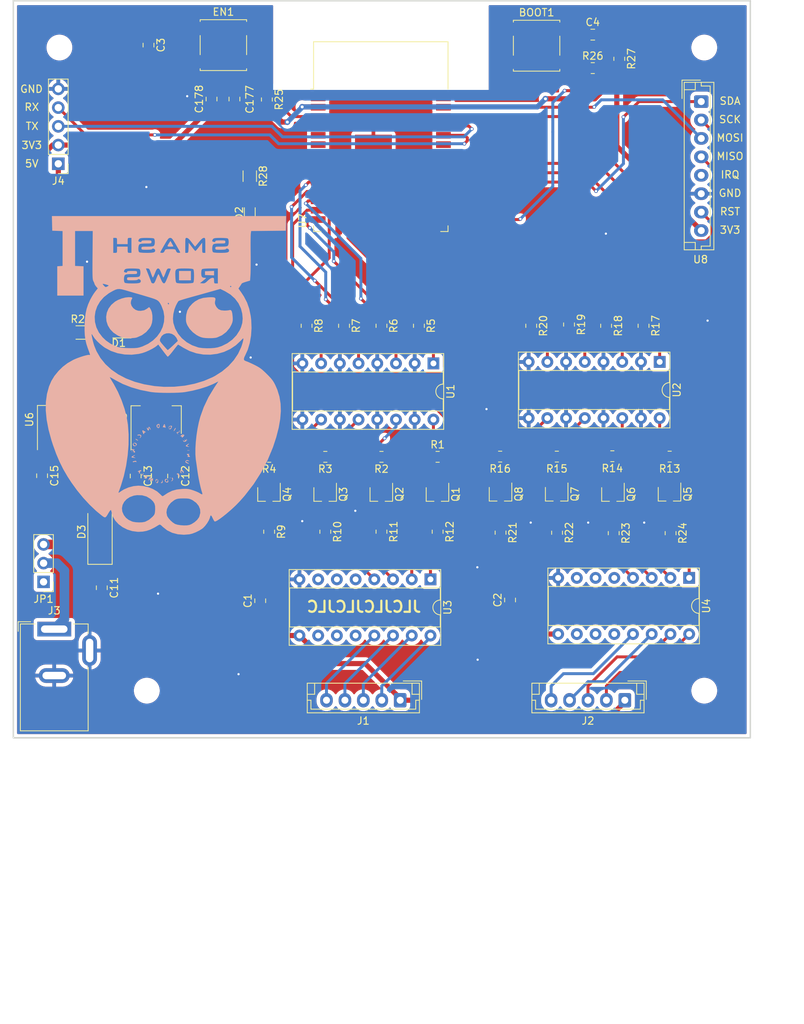
<source format=kicad_pcb>
(kicad_pcb (version 20211014) (generator pcbnew)
  (layers (0 "F.Cu" signal) (31 "B.Cu" signal) (34 "B.Paste" user) (35 "F.Paste" user) (36 "B.SilkS" user "B.Silkscreen") (37 "F.SilkS" user "F.Silkscreen") (38 "B.Mask" user) (39 "F.Mask" user) (44 "Edge.Cuts" user))
  (net 0 "")
  (net 1 "+12V")
  (net 2 "GND")
  (net 3 "+5V")
  (net 4 "+3.3V")
  (net 5 "/Principal/BOOT")
  (net 6 "/Principal/EN{slash}RST")
  (net 7 "Net-(D1-Pad2)")
  (net 8 "Net-(D2-Pad2)")
  (net 9 "Net-(D3-Pad2)")
  (net 10 "Net-(J1-Pad2)")
  (net 11 "Net-(J1-Pad3)")
  (net 12 "Net-(J1-Pad4)")
  (net 13 "Net-(J2-Pad2)")
  (net 14 "Net-(J2-Pad3)")
  (net 15 "Net-(J2-Pad4)")
  (net 16 "Net-(J3-Pad1)")
  (net 17 "Net-(Q1-Pad2)")
  (net 18 "/Motores/Out1")
  (net 19 "Net-(Q2-Pad2)")
  (net 20 "/Motores/Out2")
  (net 21 "Net-(Q3-Pad2)")
  (net 22 "/Motores/Out3")
  (net 23 "Net-(Q4-Pad2)")
  (net 24 "/Motores/Out4")
  (net 25 "Net-(Q5-Pad2)")
  (net 26 "/Motores/Out5")
  (net 27 "Net-(Q6-Pad2)")
  (net 28 "/Motores/Out6")
  (net 29 "Net-(Q7-Pad2)")
  (net 30 "/Motores/Out7")
  (net 31 "Net-(Q8-Pad2)")
  (net 32 "/Motores/Out8")
  (net 33 "/Motores/In1")
  (net 34 "Net-(R5-Pad2)")
  (net 35 "/Motores/In2")
  (net 36 "Net-(R6-Pad2)")
  (net 37 "/Motores/In3")
  (net 38 "Net-(R7-Pad2)")
  (net 39 "/Motores/In4")
  (net 40 "Net-(R8-Pad2)")
  (net 41 "/Motores/In5")
  (net 42 "Net-(R17-Pad2)")
  (net 43 "/Motores/In6")
  (net 44 "Net-(R18-Pad2)")
  (net 45 "/Motores/In7")
  (net 46 "Net-(R19-Pad2)")
  (net 47 "/Motores/In8")
  (net 48 "Net-(R20-Pad2)")
  (net 49 "Net-(BOOT1-Pad2)")
  (net 50 "/Principal/HelloWorld")
  (net 51 "/Principal/RX")
  (net 52 "/Principal/TX")
  (net 79 "/Principal/SS")
  (net 80 "/Principal/SCK")
  (net 81 "/Principal/MISO")
  (net 84 "/Principal/RST")
  (net 85 "/Principal/MOSI")
  (net 87 "Net-(J1-Pad5)")
  (net 88 "Net-(J2-Pad5)")
  (footprint "MountingHole:MountingHole_2.5mm" (layer "F.Cu") (at 193.75 146)
    (fp_text reference "H4" hide)
    (fp_text value "MountingHole")
  )
  (footprint "Resistor_SMD:R_0805_2012Metric_Pad1.20x1.40mm_HandSolder" (layer "F.Cu") (at 149.95 114.2775 180)
    (fp_text reference "R2")
    (fp_text value "5.1k")
  )
  (footprint "Capacitor_SMD:C_0805_2012Metric_Pad1.18x1.45mm_HandSolder" (layer "F.Cu") (at 116.6 116.8788 -90)
    (fp_text reference "C13")
    (fp_text value "22uF")
  )
  (footprint "Diode_SMD:D_SMA_Handsoldering" (layer "F.Cu") (at 111.76 124.46 90)
    (fp_text reference "D3")
    (fp_text value "1N4007")
  )
  (footprint "Connector_BarrelJack:BarrelJack_GCT_DCJ200-10-A_Horizontal" (layer "F.Cu") (at 105.55 137.65)
    (fp_text reference "J3")
    (fp_text value "Barrel_Jack")
  )
  (footprint "LibraryLogo:LogoSR" (layer "F.Cu") (at 121.8 103.2)
    (fp_text reference "G***" hide)
    (fp_text value "LOGO" hide)
  )
  (footprint "Resistor_SMD:R_0805_2012Metric_Pad1.20x1.40mm_HandSolder" (layer "F.Cu") (at 142.33 124.4375 -90)
    (fp_text reference "R10")
    (fp_text value "5.1k")
  )
  (footprint "Capacitor_SMD:C_0805_2012Metric_Pad1.18x1.45mm_HandSolder" (layer "F.Cu") (at 121.68 116.8788 -90)
    (fp_text reference "C12")
    (fp_text value "10uF")
  )
  (footprint "Resistor_SMD:R_0805_2012Metric_Pad1.20x1.40mm_HandSolder" (layer "F.Cu") (at 166.1106 124.563 -90)
    (fp_text reference "R21")
    (fp_text value "5.1k")
  )
  (footprint "Capacitor_SMD:C_0805_2012Metric_Pad1.18x1.45mm_HandSolder" (layer "F.Cu") (at 167.4 133.7 90)
    (fp_text reference "C2")
    (fp_text value "0.1uF")
  )
  (footprint "Connector_JST:JST_EH_B5B-EH-A_1x05_P2.50mm_Vertical" (layer "F.Cu") (at 152.49 147.2975 180)
    (fp_text reference "J1")
    (fp_text value "Conector para bobinas del motor 1")
  )
  (footprint "Package_TO_SOT_SMD:TSOT-23" (layer "F.Cu") (at 142.33 119.3575 -90)
    (fp_text reference "Q3")
    (fp_text value "S8550")
  )
  (footprint "Package_TO_SOT_SMD:TSOT-23" (layer "F.Cu") (at 173.7458 119.3256 -90)
    (fp_text reference "Q7")
    (fp_text value "S8550")
  )
  (footprint "Capacitor_SMD:C_0805_2012Metric_Pad1.18x1.45mm_HandSolder" (layer "F.Cu") (at 103.9 116.84 -90)
    (fp_text reference "C15")
    (fp_text value "22uF")
  )
  (footprint "Capacitor_SMD:C_0805_2012Metric_Pad1.18x1.45mm_HandSolder" (layer "F.Cu") (at 133.5 133.8 90)
    (fp_text reference "C1")
    (fp_text value "0.1uF")
  )
  (footprint "MountingHole:MountingHole_2.5mm" (layer "F.Cu") (at 193.75 58.75)
    (fp_text reference "H2" hide)
    (fp_text value "MountingHole")
  )
  (footprint "Resistor_SMD:R_0805_2012Metric_Pad1.20x1.40mm_HandSolder" (layer "F.Cu") (at 175.4009 96.3298 -90)
    (fp_text reference "R19")
    (fp_text value "220")
  )
  (footprint "Resistor_SMD:R_0805_2012Metric_Pad1.20x1.40mm_HandSolder" (layer "F.Cu") (at 166.0537 114.2456 180)
    (fp_text reference "R16")
    (fp_text value "5.1k")
  )
  (footprint "Resistor_SMD:R_0805_2012Metric_Pad1.20x1.40mm_HandSolder" (layer "F.Cu") (at 144.87 96.4975 -90)
    (fp_text reference "R7")
    (fp_text value "220")
  )
  (footprint "Resistor_SMD:R_0805_2012Metric_Pad1.20x1.40mm_HandSolder" (layer "F.Cu") (at 189.0557 114.2456 180)
    (fp_text reference "R13")
    (fp_text value "5.1k")
  )
  (footprint "Resistor_SMD:R_0805_2012Metric_Pad1.20x1.40mm_HandSolder" (layer "F.Cu") (at 178.62 61.54)
    (fp_text reference "R26")
    (fp_text value "470")
  )
  (footprint "Capacitor_SMD:C_0805_2012Metric_Pad1.18x1.45mm_HandSolder" (layer "F.Cu") (at 108.98 116.84 -90)
    (fp_text reference "C14")
    (fp_text value "10uF")
  )
  (footprint "Connector_JST:JST_EH_B8B-EH-A_1x08_P2.50mm_Vertical" (layer "F.Cu") (at 193.34 66.08 -90)
    (fp_text reference "U8")
    (fp_text value "RFID_RC522")
  )
  (footprint "Resistor_SMD:R_0805_2012Metric_Pad1.20x1.40mm_HandSolder" (layer "F.Cu") (at 149.95 96.4975 -90)
    (fp_text reference "R6")
    (fp_text value "220")
  )
  (footprint "Capacitor_SMD:C_0805_2012Metric_Pad1.18x1.45mm_HandSolder" (layer "F.Cu") (at 126.89 65.7375 90)
    (fp_text reference "C178")
    (fp_text value "22uF")
  )
  (footprint "Package_DIP:DIP-16_W7.62mm_Socket" (layer "F.Cu") (at 157 101.6 -90)
    (fp_text reference "U1")
    (fp_text value "LTV-247")
  )
  (footprint "Connector_PinHeader_2.54mm:PinHeader_1x05_P2.54mm_Vertical" (layer "F.Cu") (at 106.1 74.52 180)
    (fp_text reference "J4")
    (fp_text value "USB Programador")
  )
  (footprint "Resistor_SMD:R_0805_2012Metric_Pad1.20x1.40mm_HandSolder" (layer "F.Cu") (at 142.33 114.2775 180)
    (fp_text reference "R3")
    (fp_text value "5.1k")
  )
  (footprint "Resistor_SMD:R_0805_2012Metric_Pad1.20x1.40mm_HandSolder" (layer "F.Cu") (at 157.57 124.4375 -90)
    (fp_text reference "R12")
    (fp_text value "5.1k")
  )
  (footprint "RF_Module:ESP32-WROOM-32" (layer "F.Cu") (at 149.86 73.83)
    (fp_text reference "U7")
    (fp_text value "ESP32-WROOM-32")
  )
  (footprint "Package_TO_SOT_SMD:TSOT-23" (layer "F.Cu") (at 157.57 119.3575 -90)
    (fp_text reference "Q1")
    (fp_text value "S8550")
  )
  (footprint "Resistor_SMD:R_0805_2012Metric_Pad1.20x1.40mm_HandSolder" (layer "F.Cu") (at 182.22 60.28 -90)
    (fp_text reference "R27")
    (fp_text value "10k")
  )
  (footprint "Package_TO_SOT_SMD:SOT-223-3_TabPin2" (layer "F.Cu") (at 119.38 109.2588 90)
    (fp_text reference "U5")
    (fp_text value "AMS1117-5.0")
  )
  (footprint "Resistor_SMD:R_0805_2012Metric_Pad1.20x1.40mm_HandSolder" (layer "F.Cu") (at 189.1819 124.6321 -90)
    (fp_text reference "R24")
    (fp_text value "5.1k")
  )
  (footprint "Resistor_SMD:R_0805_2012Metric_Pad1.20x1.40mm_HandSolder" (layer "F.Cu") (at 170.27 96.4975 -90)
    (fp_text reference "R20")
    (fp_text value "220")
  )
  (footprint "Connector_JST:JST_EH_B5B-EH-A_1x05_P2.50mm_Vertical" (layer "F.Cu") (at 182.97 147.2975 180)
    (fp_text reference "J2")
    (fp_text value "Conector para bobinas del motor 2")
  )
  (footprint "Package_TO_SOT_SMD:TSOT-23" (layer "F.Cu") (at 134.71 119.3575 -90)
    (fp_text reference "Q4")
    (fp_text value "S8550")
  )
  (footprint "LED_SMD:LED_0603_1608Metric_Pad1.05x0.95mm_HandSolder" (layer "F.Cu") (at 114.3 97.41 180)
    (fp_text reference "D1")
    (fp_text value "Led_ON")
  )
  (footprint "Capacitor_SMD:C_0805_2012Metric_Pad1.18x1.45mm_HandSolder" (layer "F.Cu") (at 130 65.7375 90)
    (fp_text reference "C177")
    (fp_text value "0.1uF")
  )
  (footprint "Package_DIP:DIP-16_W7.62mm_Socket" (layer "F.Cu") (at 156.6 130.9 -90)
    (fp_text reference "U3")
    (fp_text value "ULN2003A")
  )
  (footprint "Resistor_SMD:R_1206_3216Metric_Pad1.30x1.75mm_HandSolder" (layer "F.Cu") (at 109.22 97.41)
    (fp_text reference "R29")
    (fp_text value "68")
  )
  (footprint "Package_TO_SOT_SMD:SOT-223-3_TabPin2" (layer "F.Cu") (at 106.68 109.22 90)
    (fp_text reference "U6")
    (fp_text value "AMS1117-3.3")
  )
  (footprint "Connector_PinHeader_2.54mm:PinHeader_1x03_P2.54mm_Vertical" (layer "F.Cu") (at 104.1 131.24 180)
    (fp_text reference "JP1")
    (fp_text value "Jumper_3_Open")
  )
  (footprint "Capacitor_SMD:C_0805_2012Metric_Pad1.18x1.45mm_HandSolder" (layer "F.Cu") (at 118.34 58.42 -90)
    (fp_text reference "C3")
    (fp_text value "0.1uF")
  )
  (footprint "Capacitor_SMD:C_0805_2012Metric_Pad1.18x1.45mm_HandSolder" (layer "F.Cu") (at 112 132.0375 -90)
    (fp_text reference "C11")
    (fp_text value "22uF")
  )
  (footprint "Resistor_SMD:R_0805_2012Metric_Pad1.20x1.40mm_HandSolder" (layer "F.Cu") (at 181.2766 114.1947 180)
    (fp_text reference "R14")
    (fp_text value "5.1k")
  )
  (footprint "Resistor_SMD:R_0805_2012Metric_Pad1.20x1.40mm_HandSolder" (layer "F.Cu") (at 181.4615 124.6321 -90)
    (fp_text reference "R23")
    (fp_text value "5.1k")
  )
  (footprint "Package_DIP:DIP-16_W7.62mm_Socket" (layer "F.Cu") (at 191.7 130.7 -90)
    (fp_text reference "U4")
    (fp_text value "ULN2003A")
  )
  (footprint "Resistor_SMD:R_0805_2012Metric_Pad1.20x1.40mm_HandSolder" (layer "F.Cu") (at 173.7458 114.2456 180)
    (fp_text reference "R15")
    (fp_text value "5.1k")
  )
  (footprint "Resistor_SMD:R_0805_2012Metric_Pad1.20x1.40mm_HandSolder" (layer "F.Cu") (at 180.43 96.4975 -90)
    (fp_text reference "R18")
    (fp_text value "220")
  )
  (footprint "Resistor_SMD:R_0805_2012Metric_Pad1.20x1.40mm_HandSolder" (layer "F.Cu") (at 134.71 114.2775 180)
    (fp_text reference "R4")
    (fp_text value "5.1k")
  )
  (footprint "Button_Switch_SMD:SW_SPST_B3S-1000" (layer "F.Cu") (at 171 58.5)
    (fp_text reference "BOOT1")
    (fp_text value "SW_Push")
  )
  (footprint "Button_Switch_SMD:SW_SPST_B3S-1000" (layer "F.Cu") (at 128.5 58.42)
    (fp_text reference "EN1")
    (fp_text value "SW_Push")
  )
  (footprint "Resistor_SMD:R_0805_2012Metric_Pad1.20x1.40mm_HandSolder" (layer "F.Cu") (at 149.95 124.4294 -90)
    (fp_text reference "R11")
    (fp_text value "5.1k")
  )
  (footprint "MountingHole:MountingHole_2.5mm" (layer "F.Cu") (at 106.25 58.75)
    (fp_text reference "H1" hide)
    (fp_text value "MountingHole")
  )
  (footprint "Package_TO_SOT_SMD:TSOT-23" (layer "F.Cu") (at 166.1258 119.3256 -90)
    (fp_text reference "Q8")
    (fp_text value "S8550")
  )
  (footprint "MountingHole:MountingHole_2.5mm" (layer "F.Cu") (at 118.11 146)
    (fp_text reference "H3" hide)
    (fp_text value "MountingHole")
  )
  (footprint "Resistor_SMD:R_0805_2012Metric_Pad1.20x1.40mm_HandSolder" (layer "F.Cu") (at 134.4 65.8 -90)
    (fp_text reference "R25")
    (fp_text value "10k")
  )
  (footprint "Resistor_SMD:R_0805_2012Metric_Pad1.20x1.40mm_HandSolder" (layer "F.Cu") (at 134.71 124.4375 -90)
    (fp_text reference "R9")
    (fp_text value "5.1k")
  )
  (footprint "Resistor_SMD:R_0805_2012Metric_Pad1.20x1.40mm_HandSolder" (layer "F.Cu") (at 173.7756 124.5725 -90)
    (fp_text reference "R22")
    (fp_text value "5.1k")
  )
  (footprint "Resistor_SMD:R_0805_2012Metric_Pad1.20x1.40mm_HandSolder" (layer "F.Cu") (at 155.03 96.4975 -90)
    (fp_text reference "R5")
    (fp_text value "220")
  )
  (footprint "Package_DIP:DIP-16_W7.62mm_Socket" (layer "F.Cu") (at 187.7 101.4 -90)
    (fp_text reference "U2")
    (fp_text value "LTV-247")
  )
  (footprint "LED_SMD:LED_0603_1608Metric_Pad1.05x0.95mm_HandSolder" (layer "F.Cu") (at 132.08 81.28 90)
    (fp_text reference "D2")
    (fp_text value "Led_holamundo")
  )
  (footprint "Resistor_SMD:R_1206_3216Metric_Pad1.30x1.75mm_HandSolder" (layer "F.Cu") (at 132.08 76.2 -90)
    (fp_text reference "R28")
    (fp_text value "68")
  )
  (footprint "Package_TO_SOT_SMD:TSOT-23" (layer "F.Cu") (at 149.95 119.3575 -90)
    (fp_text reference "Q2")
    (fp_text value "S8550")
  )
  (footprint "Resistor_SMD:R_0805_2012Metric_Pad1.20x1.40mm_HandSolder" (layer "F.Cu") (at 139.79 96.4975 -90)
    (fp_text reference "R8")
    (fp_text value "220")
  )
  (footprint "Package_TO_SOT_SMD:TSOT-23" (layer "F.Cu") (at 181.38 119.3575 -90)
    (fp_text reference "Q6")
    (fp_text value "S8550")
  )
  (footprint "Resistor_SMD:R_0805_2012Metric_Pad1.20x1.40mm_HandSolder" (layer "F.Cu") (at 157.57 114.2775)
    (fp_text reference "R1")
    (fp_text value "5.1k")
  )
  (footprint "Capacitor_SMD:C_0805_2012Metric_Pad1.18x1.45mm_HandSolder" (layer "F.Cu") (at 178.62 57)
    (fp_text reference "C4")
    (fp_text value "0.1uF")
  )
  (footprint "Resistor_SMD:R_0805_2012Metric_Pad1.20x1.40mm_HandSolder" (layer "F.Cu") (at 185.51 96.4975 -90)
    (fp_text reference "R17")
    (fp_text value "220")
  )
  (footprint "Package_TO_SOT_SMD:TSOT-23" (layer "F.Cu") (at 189.0557 119.3256 -90)
    (fp_text reference "Q5")
    (fp_text value "S8550")
  )
  (gr_rect (start 100 52.4) (end 200 152.4) (layer "Edge.Cuts") (width 0.2) (fill none))
  (gr_text "SDA" (at 197.25 66) (layer "F.SilkS") (effects (font (size 1 1))))
  (gr_text "GND" (at 102.46 64.38) (layer "F.SilkS") (effects (font (size 1 1))))
  (gr_text "5V" (at 102.5 74.5) (layer "F.SilkS") (effects (font (size 1 1))))
  (gr_text "RX" (at 102.5 66.83) (layer "F.SilkS") (effects (font (size 1 1))))
  (gr_text "3V3" (at 197.25 83.5) (layer "F.SilkS") (effects (font (size 1 1))))
  (gr_text "3V3" (at 102.5 72) (layer "F.SilkS") (effects (font (size 1 1))))
  (gr_text "SCK" (at 197.25 68.5) (layer "F.SilkS") (effects (font (size 1 1))))
  (gr_text "RST" (at 197.25 81) (layer "F.SilkS") (effects (font (size 1 1))))
  (gr_text "MOSI" (at 197.25 71) (layer "F.SilkS") (effects (font (size 1 1))))
  (gr_text "GND" (at 197.25 78.5) (layer "F.SilkS") (effects (font (size 1 1))))
  (gr_text "JLCJLCJLCJLC" (at 147.574 134.62) (layer "F.SilkS") (effects (font (size 1.5 1.5) (thickness 0.3)) (justify mirror)))
  (gr_text "IRQ" (at 197.25 76) (layer "F.SilkS") (effects (font (size 1 1))))
  (gr_text "MISO" (at 197.25 73.5) (layer "F.SilkS") (effects (font (size 1 1))))
  (gr_text "TX" (at 102.55 69.42) (layer "F.SilkS") (effects (font (size 1 1))))
  (segment (start 121.1342 115.8413) (end 119.14 117.8355) (width 1.3) (layer "F.Cu") (net 1))
  (segment (start 113.6103 119.7915) (end 114.7915 119.7915) (width 1.3) (layer "F.Cu") (net 1))
  (segment (start 115.5915 119.7915) (end 113.6103 119.7915) (width 1.3) (layer "F.Cu") (net 1))
  (segment (start 121.68 112.4088) (end 121.68 115.8413) (width 1.3) (layer "F.Cu") (net 1))
  (segment (start 108.98 115.8025) (end 109.6213 115.8025) (width 1.3) (layer "F.Cu") (net 1))
  (segment (start 112 131) (end 112 127.8) (width 1.3) (layer "F.Cu") (net 1))
  (segment (start 119.14 117.8355) (end 119.14 117.9489) (width 1.3) (layer "F.Cu") (net 1))
  (segment (start 108.98 112.37) (end 108.98 115.8025) (width 1.3) (layer "F.Cu") (net 1))
  (segment (start 109.6213 115.8025) (end 113.6103 119.7915) (width 1.3) (layer "F.Cu") (net 1))
  (segment (start 112 127.8) (end 115.5915 124.2085) (width 1.3) (layer "F.Cu") (net 1))
  (segment (start 119.14 117.9489) (end 117.2974 119.7915) (width 1.3) (layer "F.Cu") (net 1))
  (segment (start 121.68 115.8413) (end 121.1342 115.8413) (width 1.3) (layer "F.Cu") (net 1))
  (segment (start 115.5915 124.2085) (end 115.5915 119.7915) (width 1.3) (layer "F.Cu") (net 1))
  (segment (start 114.7915 119.7915) (end 114.8 119.8) (width 1.3) (layer "F.Cu") (net 1))
  (segment (start 117.2974 119.7915) (end 115.5915 119.7915) (width 1.3) (layer "F.Cu") (net 1))
  (via (at 123.59 65.35) (size 0.5) (drill 0.3) (layers "F.Cu" "B.Cu") (net 2))
  (via (at 130.556 143.764) (size 0.5) (drill 0.3) (layers "F.Cu" "B.Cu") (net 2))
  (via (at 119.634 132.842) (size 0.5) (drill 0.3) (layers "F.Cu" "B.Cu") (net 2))
  (via (at 185.6 123.2) (size 0.5) (drill 0.3) (layers "F.Cu" "B.Cu") (net 2))
  (via (at 118.05 77.67) (size 0.5) (drill 0.3) (layers "F.Cu" "B.Cu") (net 2))
  (via (at 170.2 123.2) (size 0.5) (drill 0.3) (layers "F.Cu" "B.Cu") (net 2))
  (via (at 122.6 94.6) (size 0.5) (drill 0.3) (layers "F.Cu" "B.Cu") (net 2))
  (via (at 194.2 95.8) (size 0.5) (drill 0.3) (layers "F.Cu" "B.Cu") (net 2))
  (via (at 163 141.8) (size 0.5) (drill 0.3) (layers "F.Cu" "B.Cu") (net 2))
  (via (at 162.96 129.26) (size 0.5) (drill 0.3) (layers "F.Cu" "B.Cu") (net 2))
  (via (at 133 88.2) (size 0.5) (drill 0.3) (layers "F.Cu" "B.Cu") (net 2))
  (via (at 164.2 107.8) (size 0.5) (drill 0.3) (layers "F.Cu" "B.Cu") (net 2))
  (via (at 180.4 84) (size 0.5) (drill 0.3) (layers "F.Cu" "B.Cu") (net 2))
  (via (at 178 123.2) (size 0.5) (drill 0.3) (layers "F.Cu" "B.Cu") (net 2))
  (via (at 139.2 123) (size 0.5) (drill 0.3) (layers "F.Cu" "B.Cu") (net 2))
  (via (at 110 87.8) (size 0.5) (drill 0.3) (layers "F.Cu" "B.Cu") (net 2))
  (via (at 132.2 100.8) (size 0.5) (drill 0.3) (layers "F.Cu" "B.Cu") (net 2))
  (via (at 146.4 121.6) (size 0.5) (drill 0.3) (layers "F.Cu" "B.Cu") (net 2))
  (segment (start 137.0697 138.4072) (end 133.5 134.8375) (width 0.7) (layer "F.Cu") (net 3))
  (segment (start 170.9825 138.32) (end 167.4 134.7375) (width 0.7) (layer "F.Cu") (net 3))
  (segment (start 168.4058 119.3456) (end 167.0758 118.0156) (width 0.7) (layer "F.Cu") (net 3))
  (segment (start 137.3501 119.3575) (end 141.97 119.3575) (width 0.7) (layer "F.Cu") (net 3))
  (segment (start 182.97 147.2975) (end 182.97 147.5385) (width 0.7) (layer "F.Cu") (net 3))
  (segment (start 141.97 119.3575) (end 143.28 118.0475) (width 0.7) (layer "F.Cu") (net 3))
  (segment (start 116.8297 86.75) (end 116.8297 106.1088) (width 0.7) (layer "F.Cu") (net 3))
  (segment (start 150.9 118.0475) (end 150.9 114.3275) (width 0.7) (layer "F.Cu") (net 3))
  (segment (start 143.28 118.0475) (end 144.2553 118.0475) (width 0.7) (layer "F.Cu") (net 3))
  (segment (start 119.38 112.4088) (end 119.38 113.0613) (width 0.7) (layer "F.Cu") (net 3))
  (segment (start 174.6958 118.3078) (end 174.6958 118.0156) (width 0.7) (layer "F.Cu") (net 3))
  (segment (start 167.0758 114.2677) (end 167.0537 114.2456) (width 0.7) (layer "F.Cu") (net 3))
  (segment (start 172.1937 149.2356) (end 170.9825 148.0244) (width 0.7) (layer "F.Cu") (net 3))
  (segment (start 182.33 118.0475) (end 181 119.3775) (width 0.7) (layer "F.Cu") (net 3))
  (segment (start 143.28 118.0475) (end 143.28 116.7872) (width 0.7) (layer "F.Cu") (net 3))
  (segment (start 167.0758 116.9187) (end 167.0758 117.9889) (width 0.7) (layer "F.Cu") (net 3))
  (segment (start 126.9088 106.1088) (end 155.9439 106.1088) (width 0.7) (layer "F.Cu") (net 3))
  (segment (start 170.9825 147.2975) (end 152.49 147.2975) (width 0.7) (layer "F.Cu") (net 3))
  (segment (start 147.7495 142.3245) (end 142.6245 142.3245) (width 0.7) (layer "F.Cu") (net 3))
  (segment (start 135.66 118.0475) (end 135.66 117.6674) (width 0.7) (layer "F.Cu") (net 3))
  (segment (start 173.92 138.32) (end 170.9825 138.32) (width 0.7) (layer "F.Cu") (net 3))
  (segment (start 145.5557 119.3479) (end 149.5996 119.3479) (width 0.7) (layer "F.Cu") (net 3))
  (segment (start 116.8297 106.1088) (end 116.8297 107.4496) (width 0.7) (layer "F.Cu") (net 3))
  (segment (start 181.2729 149.2356) (end 172.1937 149.2356) (width 0.7) (layer "F.Cu") (net 3))
  (segment (start 174.6958 114.2956) (end 174.6958 118.0156) (width 0.7) (layer "F.Cu") (net 3))
  (segment (start 181 119.3775) (end 175.7655 119.3775) (width 0.7) (layer "F.Cu") (net 3))
  (segment (start 159.766 117.094) (end 157.4825 119.3775) (width 0.7) (layer "F.Cu") (net 3))
  (segment (start 155.9439 106.1088) (end 159.8804 110.0453) (width 0.7) (layer "F.Cu") (net 3))
  (segment (start 118.4051 106.1088) (end 116.8297 106.1088) (width 0.7) (layer "F.Cu") (net 3))
  (segment (start 159.8804 110.0453) (end 159.8804 117.094) (width 0.7) (layer "F.Cu") (net 3))
  (segment (start 152.49 147.065) (end 147.7495 142.3245) (width 0.7) (layer "F.Cu") (net 3))
  (segment (start 135.66 117.6674) (end 135.66 116.7872) (width 0.7) (layer "F.Cu") (net 3))
  (segment (start 119.38 106.1088) (end 126.9088 106.1088) (width 0.7) (layer "F.Cu") (net 3))
  (segment (start 162.0176 119.3456) (end 159.766 117.094) (width 0.7) (layer "F.Cu") (net 3))
  (segment (start 174.6958 118.1662) (end 173.5164 119.3456) (width 0.7) (layer "F.Cu") (net 3))
  (segment (start 133.5 134.8375) (end 133.065444 134.8375) (width 0.7) (layer "F.Cu") (net 3))
  (segment (start 133.065444 134.8375) (end 128.4 130.172056) (width 0.7) (layer "F.Cu") (net 3))
  (segment (start 150.9 114.3275) (end 150.95 114.2775) (width 0.7) (layer "F.Cu") (net 3))
  (segment (start 118.4051 106.1088) (end 119.38 106.1088) (width 0.7) (layer "F.Cu") (net 3))
  (segment (start 135.71 116.7372) (end 135.66 116.7872) (width 0.7) (layer "F.Cu") (net 3))
  (segment (start 152.23 119.3775) (end 150.9 118.0475) (width 0.7) (layer "F.Cu") (net 3))
  (segment (start 182.2766 114.1947) (end 182.33 114.2481) (width 0.7) (layer "F.Cu") (net 3))
  (segment (start 183.3536 119.3456) (end 182.33 118.322) (width 0.7) (layer "F.Cu") (net 3))
  (segment (start 190.0057 118.0156) (end 190.0057 118.3503) (width 0.7) (layer "F.Cu") (net 3))
  (segment (start 167.0758 118.0156) (end 167.0758 116.9187) (width 0.7) (layer "F.Cu") (net 3))
  (segment (start 173.5164 119.3456) (end 168.4058 119.3456) (width 0.7) (layer "F.Cu") (net 3))
  (segment (start 137.0697 138.52) (end 137.0697 138.4072) (width 0.7) (layer "F.Cu") (net 3))
  (segment (start 174.6958 118.0156) (end 174.6958 118.1662) (width 0.7) (layer "F.Cu") (net 3))
  (segment (start 119.38 109.9999) (end 119.38 112.4088) (width 0.7) (layer "F.Cu") (net 3))
  (segment (start 156.57 114.2775) (end 150.95 114.2775) (width 0.7) (layer "F.Cu") (net 3))
  (segment (start 190.0057 118.0156) (end 190.0057 114.2956) (width 0.7) (layer "F.Cu") (net 3))
  (segment (start 138.82 138.52) (end 137.0697 138.52) (width 0.7) (layer "F.Cu") (net 3))
  (segment (start 106.1 74.52) (end 106.1 76.0203) (width 0.7) (layer "F.Cu") (net 3))
  (segment (start 189.0104 119.3456) (end 183.3536 119.3456) (width 0.7) (layer "F.Cu") (net 3))
  (segment (start 116.8297 107.4496) (end 119.38 109.9999) (width 0.7) (layer "F.Cu") (net 3))
  (segment (start 128.4 106.1088) (end 126.9088 106.1088) (width 0.7) (layer "F.Cu") (net 3))
  (segment (start 152.49 147.2975) (end 152.49 147.065) (width 0.7) (layer "F.Cu") (net 3))
  (segment (start 119.38 113.0613) (end 116.6 115.8413) (width 0.7) (layer "F.Cu") (net 3))
  (segment (start 144.2553 118.0475) (end 145.5557 119.3479) (width 0.7) (layer "F.Cu") (net 3))
  (segment (start 167.0758 117.9889) (end 165.7191 119.3456) (width 0.7) (layer "F.Cu") (net 3))
  (segment (start 128.4 130.172056) (end 128.4 106.1088) (width 0.7) (layer "F.Cu") (net 3))
  (segment (start 106.1 76.0203) (end 116.8297 86.75) (width 0.7) (layer "F.Cu") (net 3))
  (segment (start 157.4825 119.3775) (end 152.23 119.3775) (width 0.7) (layer "F.Cu") (net 3))
  (segment (start 190.0057 118.3503) (end 189.0104 119.3456) (width 0.7) (layer "F.Cu") (net 3))
  (segment (start 165.7191 119.3456) (end 162.0176 119.3456) (width 0.7) (layer "F.Cu") (net 3))
  (segment (start 149.5996 119.3479) (end 150.9 118.0475) (width 0.7) (layer "F.Cu") (net 3))
  (segment (start 135.66 117.6674) (end 137.3501 119.3575) (width 0.7) (layer "F.Cu") (net 3))
  (segment (start 167.0758 116.9187) (end 167.0758 114.2677) (width 0.7) (layer "F.Cu") (net 3))
  (segment (start 143.33 114.2775) (end 143.33 116.7372) (width 0.7) (layer "F.Cu") (net 3))
  (segment (start 142.6245 142.3245) (end 138.82 138.52) (width 0.7) (layer "F.Cu") (net 3))
  (segment (start 135.71 114.2775) (end 135.71 116.7372) (width 0.7) (layer "F.Cu") (net 3))
  (segment (start 170.9825 148.0244) (end 170.9825 147.2975) (width 0.7) (layer "F.Cu") (net 3))
  (segment (start 182.33 114.2481) (end 182.33 118.0475) (width 0.7) (layer "F.Cu") (net 3))
  (segment (start 170.9825 147.2975) (end 170.9825 138.32) (width 0.7) (layer "F.Cu") (net 3))
  (segment (start 182.97 147.5385) (end 181.2729 149.2356) (width 0.7) (layer "F.Cu") (net 3))
  (segment (start 190.0057 114.2956) (end 190.0557 114.2456) (width 0.7) (layer "F.Cu") (net 3))
  (segment (start 174.7458 114.2456) (end 174.6958 114.2956) (width 0.7) (layer "F.Cu") (net 3))
  (segment (start 143.33 116.7372) (end 143.28 116.7872) (width 0.7) (layer "F.Cu") (net 3))
  (segment (start 182.33 118.322) (end 182.33 118.0475) (width 0.7) (layer "F.Cu") (net 3))
  (segment (start 175.7655 119.3775) (end 174.6958 118.3078) (width 0.7) (layer "F.Cu") (net 3))
  (segment (start 107.67 97.41) (end 104.14 93.88) (width 0.7) (layer "F.Cu") (net 4))
  (segment (start 141.317 66.802) (end 141.36 66.845) (width 0.7) (layer "F.Cu") (net 4))
  (segment (start 172.2 65.7059) (end 178.8961 65.7059) (width 0.7) (layer "F.Cu") (net 4))
  (segment (start 130 66.775) (end 126.89 66.775) (width 0.7) (layer "F.Cu") (net 4))
  (segment (start 137.1789 68.8595) (end 136.4595 68.8595) (width 0.7) (layer "F.Cu") (net 4))
  (segment (start 181.8827 62.7193) (end 181.8827 72.1227) (width 0.7) (layer "F.Cu") (net 4))
  (segment (start 134.4 66.8) (end 130.025 66.8) (width 0.7) (layer "F.Cu") (net 4))
  (segment (start 181.8827 72.1227) (end 193.34 83.58) (width 0.7) (layer "F.Cu") (net 4))
  (segment (start 136.4595 68.8595) (end 134.4 66.8) (width 0.7) (layer "F.Cu") (net 4))
  (segment (start 178.8961 65.7059) (end 182.22 62.382) (width 0.7) (layer "F.Cu") (net 4))
  (segment (start 182.22 62.382) (end 182.22 61.28) (width 0.7) (layer "F.Cu") (net 4))
  (segment (start 107.67 97.41) (end 109.2303 98.9703) (width 0.7) (layer "F.Cu") (net 4))
  (segment (start 126.89 66.775) (end 121.685 71.98) (width 0.7) (layer "F.Cu") (net 4))
  (segment (start 104.14 93.88) (end 104.14 73.170738) (width 0.7) (layer "F.Cu") (net 4))
  (segment (start 103.9 115.8025) (end 106.68 113.0225) (width 0.7) (layer "F.Cu") (net 4))
  (segment (start 106.68 113.0225) (end 106.68 112.37) (width 0.7) (layer "F.Cu") (net 4))
  (segment (start 106.68 112.37) (end 106.68 106.07) (width 0.7) (layer "F.Cu") (net 4))
  (segment (start 107.798 106.07) (end 106.68 106.07) (width 0.7) (layer "F.Cu") (net 4))
  (segment (start 139.192 66.802) (end 141.317 66.802) (width 0.7) (layer "F.Cu") (net 4))
  (segment (start 182.22 62.382) (end 181.8827 62.7193) (width 0.7) (layer "F.Cu") (net 4))
  (segment (start 109.2303 98.9703) (end 109.2303 104.6377) (width 0.7) (layer "F.Cu") (net 4))
  (segment (start 130.025 66.8) (end 130 66.775) (width 0.7) (layer "F.Cu") (net 4))
  (segment (start 105.330738 71.98) (end 106.1 71.98) (width 0.7) (layer "F.Cu") (net 4))
  (segment (start 109.2303 104.6377) (end 107.798 106.07) (width 0.7) (layer "F.Cu") (net 4))
  (segment (start 121.685 71.98) (end 106.1 71.98) (width 0.7) (layer "F.Cu") (net 4))
  (segment (start 104.14 73.170738) (end 105.330738 71.98) (width 0.7) (layer "F.Cu") (net 4))
  (via (at 137.1789 68.8595) (size 0.8) (drill 0.4) (layers "F.Cu" "B.Cu") (net 4))
  (via (at 172.2 65.7059) (size 0.8) (drill 0.4) (layers "F.Cu" "B.Cu") (net 4))
  (via (at 139.192 66.802) (size 0.8) (drill 0.4) (layers "F.Cu" "B.Cu") (net 4))
  (segment (start 139.192 66.8464) (end 137.1789 68.8595) (width 0.7) (layer "B.Cu") (net 4))
  (segment (start 171.1039 66.802) (end 172.2 65.7059) (width 0.7) (layer "B.Cu") (net 4))
  (segment (start 139.192 66.802) (end 171.1039 66.802) (width 0.7) (layer "B.Cu") (net 4))
  (segment (start 139.192 66.802) (end 139.192 66.8464) (width 0.7) (layer "B.Cu") (net 4))
  (segment (start 168.8 82) (end 168.715 82.085) (width 0.4) (layer "F.Cu") (net 5))
  (segment (start 182.22 59.28) (end 182.1912 59.2512) (width 0.4) (layer "F.Cu") (net 5))
  (segment (start 181.9088 59.2512) (end 179.62 61.54) (width 0.4) (layer "F.Cu") (net 5))
  (segment (start 176.56 64.6) (end 174.8 64.6) (width 0.4) (layer "F.Cu") (net 5))
  (segment (start 176.5931 64.5669) (end 176.56 64.6) (width 0.4) (layer "F.Cu") (net 5))
  (segment (start 179.6575 57) (end 181.9088 59.2512) (width 0.4) (layer "F.Cu") (net 5))
  (segment (start 182.1912 59.2512) (end 181.9088 59.2512) (width 0.4) (layer "F.Cu") (net 5))
  (segment (start 176.5931 64.5669) (end 179.62 61.54) (width 0.4) (layer "F.Cu") (net 5))
  (segment (start 168.715 82.085) (end 158.36 82.085) (width 0.4) (layer "F.Cu") (net 5))
  (via (at 168.8 82) (size 0.5) (drill 0.3) (layers "F.Cu" "B.Cu") (net 5))
  (via (at 174.8 64.6) (size 0.5) (drill 0.3) (layers "F.Cu" "B.Cu") (net 5))
  (segment (start 174.8 64.6) (end 173.2 66.2) (width 0.4) (layer "B.Cu") (net 5))
  (segment (start 173.2 70.2) (end 173.2 77.6) (width 0.4) (layer "B.Cu") (net 5))
  (segment (start 173.2 77.6) (end 168.8 82) (width 0.4) (layer "B.Cu") (net 5))
  (segment (start 173.2 66.2) (end 173.2 70.2) (width 0.4) (layer "B.Cu") (net 5))
  (segment (start 134.4 64.8) (end 137.715 68.115) (width 0.4) (layer "F.Cu") (net 6))
  (segment (start 119.5525 60.67) (end 118.34 59.4575) (width 0.4) (layer "F.Cu") (net 6))
  (segment (start 137.715 68.115) (end 141.36 68.115) (width 0.4) (layer "F.Cu") (net 6))
  (segment (start 132.475 60.67) (end 125.8003 60.67) (width 0.4) (layer "F.Cu") (net 6))
  (segment (start 124.525 60.67) (end 119.5525 60.67) (width 0.4) (layer "F.Cu") (net 6))
  (segment (start 124.525 60.67) (end 125.8003 60.67) (width 0.4) (layer "F.Cu") (net 6))
  (segment (start 132.475 62.875) (end 134.4 64.8) (width 0.4) (layer "F.Cu") (net 6))
  (segment (start 132.475 60.67) (end 132.475 62.875) (width 0.4) (layer "F.Cu") (net 6))
  (segment (start 110.77 97.41) (end 113.425 97.41) (width 0.4) (layer "F.Cu") (net 7))
  (segment (start 132.08 77.75) (end 132.08 80.405) (width 0.4) (layer "F.Cu") (net 8))
  (segment (start 110.1003 121.96) (end 111.76 121.96) (width 1.3) (layer "F.Cu") (net 9))
  (segment (start 105.9003 126.16) (end 110.1003 121.96) (width 1.3) (layer "F.Cu") (net 9))
  (segment (start 104.1 126.16) (end 105.9003 126.16) (width 1.3) (layer "F.Cu") (net 9))
  (segment (start 156.6 138.52) (end 156.6 138.7622) (width 0.4) (layer "B.Cu") (net 10))
  (segment (start 149.99 145.3722) (end 149.99 147.2975) (width 0.4) (layer "B.Cu") (net 10))
  (segment (start 156.6 138.7622) (end 149.99 145.3722) (width 0.4) (layer "B.Cu") (net 10))
  (segment (start 147.49 145.09) (end 147.49 147.2975) (width 0.4) (layer "B.Cu") (net 11))
  (segment (start 154.06 138.52) (end 147.49 145.09) (width 0.4) (layer "B.Cu") (net 11))
  (segment (start 151.52 138.52) (end 144.99 145.05) (width 0.4) (layer "B.Cu") (net 12))
  (segment (start 144.99 145.05) (end 144.99 147.2975) (width 0.4) (layer "B.Cu") (net 12))
  (segment (start 180.47 147.2975) (end 180.47 145.3722) (width 0.4) (layer "F.Cu") (net 13))
  (segment (start 191.7 138.32) (end 186.4876 143.5324) (width 0.4) (layer "F.Cu") (net 13))
  (segment (start 182.3098 143.5324) (end 180.47 145.3722) (width 0.4) (layer "F.Cu") (net 13))
  (segment (start 186.4876 143.5324) (end 182.3098 143.5324) (width 0.4) (layer "F.Cu") (net 13))
  (segment (start 181.925 141.4172) (end 177.97 145.3722) (width 0.4) (layer "F.Cu") (net 14))
  (segment (start 189.16 138.32) (end 186.0628 141.4172) (width 0.4) (layer "F.Cu") (net 14))
  (segment (start 186.0628 141.4172) (end 181.925 141.4172) (width 0.4) (layer "F.Cu") (net 14))
  (segment (start 177.97 147.2975) (end 177.97 145.3722) (width 0.4) (layer "F.Cu") (net 14))
  (segment (start 186.62 138.32) (end 180.16 144.78) (width 0.4) (layer "B.Cu") (net 15))
  (segment (start 180.16 144.78) (end 177.9875 144.78) (width 0.4) (layer "B.Cu") (net 15))
  (segment (start 177.9875 144.78) (end 175.47 147.2975) (width 0.4) (layer "B.Cu") (net 15))
  (segment (start 106.934 129.7337) (end 106.934 136.266) (width 1.3) (layer "B.Cu") (net 16))
  (segment (start 104.1 128.7) (end 105.9003 128.7) (width 1.3) (layer "B.Cu") (net 16))
  (segment (start 105.9003 128.7) (end 106.934 129.7337) (width 1.3) (layer "B.Cu") (net 16))
  (segment (start 106.934 136.266) (end 105.55 137.65) (width 1.3) (layer "B.Cu") (net 16))
  (segment (start 158.57 114.2775) (end 158.57 112.5403) (width 0.4) (layer "F.Cu") (net 17))
  (segment (start 158.57 114.2775) (end 158.57 114.7889) (width 0.4) (layer "F.Cu") (net 17))
  (segment (start 157 109.22) (end 157 110.9703) (width 0.4) (layer "F.Cu") (net 17))
  (segment (start 158.57 112.5403) (end 157 110.9703) (width 0.4) (layer "F.Cu") (net 17))
  (segment (start 156.62 116.7389) (end 156.62 118.0475) (width 0.4) (layer "F.Cu") (net 17))
  (segment (start 158.57 114.7889) (end 156.62 116.7389) (width 0.4) (layer "F.Cu") (net 17))
  (segment (start 156.3159 124.6916) (end 157.57 123.4375) (width 0.4) (layer "F.Cu") (net 18))
  (segment (start 156.6 129.5997) (end 156.3159 129.3156) (width 0.4) (layer "F.Cu") (net 18))
  (segment (start 157.57 120.6675) (end 157.57 123.4375) (width 0.4) (layer "F.Cu") (net 18))
  (segment (start 156.6 130.9) (end 156.6 129.5997) (width 0.4) (layer "F.Cu") (net 18))
  (segment (start 156.3159 129.3156) (end 156.3159 124.6916) (width 0.4) (layer "F.Cu") (net 18))
  (segment (start 149 116.4872) (end 148.95 116.4372) (width 0.4) (layer "F.Cu") (net 19))
  (segment (start 149 118.0475) (end 149 116.4872) (width 0.4) (layer "F.Cu") (net 19))
  (segment (start 150.368 111.76) (end 148.95 113.178) (width 0.4) (layer "F.Cu") (net 19))
  (segment (start 148.95 113.178) (end 148.95 114.2775) (width 0.4) (layer "F.Cu") (net 19))
  (segment (start 148.95 116.4372) (end 148.95 114.2775) (width 0.4) (layer "F.Cu") (net 19))
  (via (at 150.368 111.76) (size 0.5) (drill 0.3) (layers "F.Cu" "B.Cu") (net 19))
  (segment (start 150.368 111.76) (end 151.92 110.208) (width 0.4) (layer "B.Cu") (net 19))
  (segment (start 151.92 110.208) (end 151.92 109.22) (width 0.4) (layer "B.Cu") (net 19))
  (segment (start 149.95 123.4294) (end 154.06 127.5394) (width 0.4) (layer "F.Cu") (net 20))
  (segment (start 149.95 120.6675) (end 149.95 123.4294) (width 0.4) (layer "F.Cu") (net 20))
  (segment (start 154.06 127.5394) (end 154.06 130.9) (width 0.4) (layer "F.Cu") (net 20))
  (segment (start 142.6124 112.4963) (end 141.33 113.7787) (width 0.4) (layer "F.Cu") (net 21))
  (segment (start 143.5637 112.4963) (end 142.6124 112.4963) (width 0.4) (layer "F.Cu") (net 21))
  (segment (start 146.84 109.22) (end 143.5637 112.4963) (width 0.4) (layer "F.Cu") (net 21))
  (segment (start 141.38 118.0475) (end 141.38 116.4872) (width 0.4) (layer "F.Cu") (net 21))
  (segment (start 141.33 116.4372) (end 141.38 116.4872) (width 0.4) (layer "F.Cu") (net 21))
  (segment (start 141.33 113.7787) (end 141.33 114.2775) (width 0.4) (layer "F.Cu") (net 21))
  (segment (start 141.33 114.2775) (end 141.33 116.4372) (width 0.4) (layer "F.Cu") (net 21))
  (segment (start 151.52 130.9) (end 144.0575 123.4375) (width 0.4) (layer "F.Cu") (net 22))
  (segment (start 144.0575 123.4375) (end 142.33 123.4375) (width 0.4) (layer "F.Cu") (net 22))
  (segment (start 142.33 120.6675) (end 142.33 123.4375) (width 0.4) (layer "F.Cu") (net 22))
  (segment (start 133.71 114.2775) (end 133.71 113.7689) (width 0.4) (layer "F.Cu") (net 23))
  (segment (start 133.76 116.4872) (end 133.71 116.4372) (width 0.4) (layer "F.Cu") (net 23))
  (segment (start 133.71 113.7689) (end 135.8784 111.6005) (width 0.4) (layer "F.Cu") (net 23))
  (segment (start 133.76 118.0475) (end 133.76 116.4872) (width 0.4) (layer "F.Cu") (net 23))
  (segment (start 139.3795 111.6005) (end 141.76 109.22) (width 0.4) (layer "F.Cu") (net 23))
  (segment (start 133.71 116.4372) (end 133.71 114.2775) (width 0.4) (layer "F.Cu") (net 23))
  (segment (start 135.8784 111.6005) (end 139.3795 111.6005) (width 0.4) (layer "F.Cu") (net 23))
  (segment (start 139.2242 127.9517) (end 134.71 123.4375) (width 0.4) (layer "F.Cu") (net 24))
  (segment (start 134.71 123.4375) (end 134.71 120.6675) (width 0.4) (layer "F.Cu") (net 24))
  (segment (start 146.0317 127.9517) (end 139.2242 127.9517) (width 0.4) (layer "F.Cu") (net 24))
  (segment (start 148.98 130.9) (end 146.0317 127.9517) (width 0.4) (layer "F.Cu") (net 24))
  (segment (start 187.7 113.8899) (end 188.0557 114.2456) (width 0.4) (layer "F.Cu") (net 25))
  (segment (start 187.7 109.02) (end 187.7 113.8899) (width 0.4) (layer "F.Cu") (net 25))
  (segment (start 188.1057 118.0156) (end 188.1057 116.4553) (width 0.4) (layer "F.Cu") (net 25))
  (segment (start 188.0557 116.4053) (end 188.0557 114.2456) (width 0.4) (layer "F.Cu") (net 25))
  (segment (start 188.1057 116.4553) (end 188.0557 116.4053) (width 0.4) (layer "F.Cu") (net 25))
  (segment (start 191.7 130.7) (end 191.7 126.1502) (width 0.4) (layer "F.Cu") (net 26))
  (segment (start 191.7 126.1502) (end 189.1819 123.6321) (width 0.4) (layer "F.Cu") (net 26))
  (segment (start 189.0557 120.6356) (end 189.0557 123.5059) (width 0.4) (layer "F.Cu") (net 26))
  (segment (start 189.0557 123.5059) (end 189.1819 123.6321) (width 0.4) (layer "F.Cu") (net 26))
  (segment (start 180.2766 113.1137) (end 180.2766 114.1947) (width 0.4) (layer "F.Cu") (net 27))
  (segment (start 180.43 118.0475) (end 180.43 116.4872) (width 0.4) (layer "F.Cu") (net 27))
  (segment (start 180.43 116.4872) (end 180.2766 116.3338) (width 0.4) (layer "F.Cu") (net 27))
  (segment (start 182.62 109.02) (end 182.62 110.7703) (width 0.4) (layer "F.Cu") (net 27))
  (segment (start 182.62 110.7703) (end 180.2766 113.1137) (width 0.4) (layer "F.Cu") (net 27))
  (segment (start 180.2766 116.3338) (end 180.2766 114.1947) (width 0.4) (layer "F.Cu") (net 27))
  (segment (start 181.38 120.6675) (end 181.38 123.5506) (width 0.4) (layer "F.Cu") (net 28))
  (segment (start 182.0921 123.6321) (end 181.4615 123.6321) (width 0.4) (layer "F.Cu") (net 28))
  (segment (start 181.38 123.5506) (end 181.4615 123.6321) (width 0.4) (layer "F.Cu") (net 28))
  (segment (start 189.16 130.7) (end 182.0921 123.6321) (width 0.4) (layer "F.Cu") (net 28))
  (segment (start 172.7458 114.2456) (end 172.7458 116.4053) (width 0.4) (layer "F.Cu") (net 29))
  (segment (start 174.4541 112.1059) (end 174.3472 112.1059) (width 0.4) (layer "F.Cu") (net 29))
  (segment (start 172.7458 116.4053) (end 172.7958 116.4553) (width 0.4) (layer "F.Cu") (net 29))
  (segment (start 172.7958 118.0156) (end 172.7958 116.4553) (width 0.4) (layer "F.Cu") (net 29))
  (segment (start 174.3472 112.1059) (end 172.7458 113.7073) (width 0.4) (layer "F.Cu") (net 29))
  (segment (start 177.54 109.02) (end 174.4541 112.1059) (width 0.4) (layer "F.Cu") (net 29))
  (segment (start 172.7458 113.7073) (end 172.7458 114.2456) (width 0.4) (layer "F.Cu") (net 29))
  (segment (start 183.2943 127.3743) (end 177.5774 127.3743) (width 0.4) (layer "F.Cu") (net 30))
  (segment (start 177.5774 127.3743) (end 173.7756 123.5725) (width 0.4) (layer "F.Cu") (net 30))
  (segment (start 186.62 130.7) (end 183.2943 127.3743) (width 0.4) (layer "F.Cu") (net 30))
  (segment (start 173.7756 123.5725) (end 173.7458 123.5427) (width 0.4) (layer "F.Cu") (net 30))
  (segment (start 173.7458 123.5427) (end 173.7458 120.6356) (width 0.4) (layer "F.Cu") (net 30))
  (segment (start 167.0627 111.6739) (end 165.0537 113.6829) (width 0.4) (layer "F.Cu") (net 31))
  (segment (start 165.1758 118.0156) (end 165.1758 116.4553) (width 0.4) (layer "F.Cu") (net 31))
  (segment (start 165.1758 116.4553) (end 165.0537 116.3332) (width 0.4) (layer "F.Cu") (net 31))
  (segment (start 169.8061 111.6739) (end 167.0627 111.6739) (width 0.4) (layer "F.Cu") (net 31))
  (segment (start 165.0537 116.3332) (end 165.0537 114.2456) (width 0.4) (layer "F.Cu") (net 31))
  (segment (start 165.0537 113.6829) (end 165.0537 114.2456) (width 0.4) (layer "F.Cu") (net 31))
  (segment (start 172.46 109.02) (end 169.8061 111.6739) (width 0.4) (layer "F.Cu") (net 31))
  (segment (start 181.6001 128.2201) (end 184.08 130.7) (width 0.4) (layer "F.Cu") (net 32))
  (segment (start 166.1258 121.7459) (end 166.1106 121.7611) (width 0.4) (layer "F.Cu") (net 32))
  (segment (start 166.1258 120.6356) (end 166.1258 121.7459) (width 0.4) (layer "F.Cu") (net 32))
  (segment (start 166.1106 121.7611) (end 166.1106 123.563) (width 0.4) (layer "F.Cu") (net 32))
  (segment (start 166.1106 123.563) (end 170.7677 128.2201) (width 0.4) (layer "F.Cu") (net 32))
  (segment (start 170.7677 128.2201) (end 181.6001 128.2201) (width 0.4) (layer "F.Cu") (net 32))
  (segment (start 147.16 92.8094) (end 148.0008 93.6502) (width 0.4) (layer "F.Cu") (net 33))
  (segment (start 148.0008 93.6502) (end 153.1827 93.6502) (width 0.4) (layer "F.Cu") (net 33))
  (segment (start 140.0345 79.545) (end 139.682 79.8975) (width 0.4) (layer "F.Cu") (net 33))
  (segment (start 153.1827 93.6502) (end 155.03 95.4975) (width 0.4) (layer "F.Cu") (net 33))
  (segment (start 141.36 79.545) (end 140.0345 79.545) (width 0.4) (layer "F.Cu") (net 33))
  (via (at 147.16 92.8094) (size 0.5) (drill 0.3) (layers "F.Cu" "B.Cu") (net 33))
  (via (at 139.682 79.8975) (size 0.5) (drill 0.3) (layers "F.Cu" "B.Cu") (net 33))
  (segment (start 147.16 87.3755) (end 147.16 92.8094) (width 0.4) (layer "B.Cu") (net 33))
  (segment (start 139.682 79.8975) (end 147.16 87.3755) (width 0.4) (layer "B.Cu") (net 33))
  (segment (start 157 99.4675) (end 157 101.6) (width 0.4) (layer "F.Cu") (net 34))
  (segment (start 155.03 97.4975) (end 157 99.4675) (width 0.4) (layer "F.Cu") (net 34))
  (segment (start 140.9213 90.3742) (end 140.9013 90.3742) (width 0.4) (layer "F.Cu") (net 35))
  (segment (start 144.8977 94.3506) (end 140.9213 90.3742) (width 0.4) (layer "F.Cu") (net 35))
  (segment (start 149.95 95.4975) (end 148.8031 94.3506) (width 0.4) (layer "F.Cu") (net 35))
  (segment (start 148.8031 94.3506) (end 144.8977 94.3506) (width 0.4) (layer "F.Cu") (net 35))
  (segment (start 141.36 78.275) (end 139.85 78.275) (width 0.4) (layer "F.Cu") (net 35))
  (segment (start 139.85 78.275) (end 137.7525 80.3725) (width 0.4) (layer "F.Cu") (net 35))
  (via (at 137.7525 80.3725) (size 0.5) (drill 0.3) (layers "F.Cu" "B.Cu") (net 35))
  (via (at 140.9013 90.3742) (size 0.5) (drill 0.3) (layers "F.Cu" "B.Cu") (net 35))
  (segment (start 137.7525 80.3725) (end 137.7525 87.2254) (width 0.4) (layer "B.Cu") (net 35))
  (segment (start 137.7525 87.2254) (end 140.9013 90.3742) (width 0.4) (layer "B.Cu") (net 35))
  (segment (start 151.92 99.4675) (end 149.95 97.4975) (width 0.4) (layer "F.Cu") (net 36))
  (segment (start 151.92 101.6) (end 151.92 99.4675) (width 0.4) (layer "F.Cu") (net 36))
  (segment (start 142.389 92.903) (end 144.87 95.384) (width 0.4) (layer "F.Cu") (net 37))
  (segment (start 144.87 95.384) (end 144.87 95.4975) (width 0.4) (layer "F.Cu") (net 37))
  (segment (start 140.0825 77.005) (end 139.682 77.4055) (width 0.4) (layer "F.Cu") (net 37))
  (segment (start 141.36 77.005) (end 140.0825 77.005) (width 0.4) (layer "F.Cu") (net 37))
  (via (at 142.389 92.903) (size 0.5) (drill 0.3) (layers "F.Cu" "B.Cu") (net 37))
  (via (at 139.682 77.4055) (size 0.5) (drill 0.3) (layers "F.Cu" "B.Cu") (net 37))
  (segment (start 138.8976 78.1899) (end 138.8976 85.7303) (width 0.4) (layer "B.Cu") (net 37))
  (segment (start 138.8976 85.7303) (end 142.389 89.2217) (width 0.4) (layer "B.Cu") (net 37))
  (segment (start 142.389 89.2217) (end 142.389 92.903) (width 0.4) (layer "B.Cu") (net 37))
  (segment (start 139.682 77.4055) (end 138.8976 78.1899) (width 0.4) (layer "B.Cu") (net 37))
  (segment (start 146.84 99.4675) (end 144.87 97.4975) (width 0.4) (layer "F.Cu") (net 38))
  (segment (start 146.84 101.6) (end 146.84 99.4675) (width 0.4) (layer "F.Cu") (net 38))
  (segment (start 142.8603 75.735) (end 142.8603 87.2889) (width 0.4) (layer "F.Cu") (net 39))
  (segment (start 141.36 75.735) (end 142.8603 75.735) (width 0.4) (layer "F.Cu") (net 39))
  (segment (start 142.8603 87.2889) (end 139.79 90.3592) (width 0.4) (layer "F.Cu") (net 39))
  (segment (start 139.79 90.3592) (end 139.79 95.4975) (width 0.4) (layer "F.Cu") (net 39))
  (segment (start 139.79 97.4975) (end 141.76 99.4675) (width 0.4) (layer "F.Cu") (net 40))
  (segment (start 141.76 99.4675) (end 141.76 101.6) (width 0.4) (layer "F.Cu") (net 40))
  (segment (start 174.5978 84.5853) (end 154.305 84.5853) (width 0.4) (layer "F.Cu") (net 41))
  (segment (start 154.305 83.085) (end 154.305 84.5853) (width 0.4) (layer "F.Cu") (net 41))
  (segment (start 185.51 95.4975) (end 174.5978 84.5853) (width 0.4) (layer "F.Cu") (net 41))
  (segment (start 185.51 97.4975) (end 187.6622 99.6497) (width 0.4) (layer "F.Cu") (net 42))
  (segment (start 187.7 101.4) (end 187.7 99.6497) (width 0.4) (layer "F.Cu") (net 42))
  (segment (start 187.6622 99.6497) (end 187.7 99.6497) (width 0.4) (layer "F.Cu") (net 42))
  (segment (start 180.43 95.4975) (end 174.1785 89.246) (width 0.4) (layer "F.Cu") (net 43))
  (segment (start 145.415 83.085) (end 145.415 84.5853) (width 0.4) (layer "F.Cu") (net 43))
  (segment (start 174.1785 89.246) (end 150.0757 89.246) (width 0.4) (layer "F.Cu") (net 43))
  (segment (start 150.0757 89.246) (end 145.415 84.5853) (width 0.4) (layer "F.Cu") (net 43))
  (segment (start 182.62 99.6497) (end 182.5822 99.6497) (width 0.4) (layer "F.Cu") (net 44))
  (segment (start 182.62 101.4) (end 182.62 99.6497) (width 0.4) (layer "F.Cu") (net 44))
  (segment (start 182.5822 99.6497) (end 180.43 97.4975) (width 0.4) (layer "F.Cu") (net 44))
  (segment (start 143.4762 87.734) (end 148.4416 92.6994) (width 0.4) (layer "F.Cu") (net 45))
  (segment (start 141.36 82.085) (end 139.8597 82.085) (width 0.4) (layer "F.Cu") (net 45))
  (segment (start 148.4416 92.6994) (end 172.7705 92.6994) (width 0.4) (layer "F.Cu") (net 45))
  (segment (start 139.8597 82.085) (end 139.8597 82.8527) (width 0.4) (layer "F.Cu") (net 45))
  (segment (start 139.8597 82.8527) (end 140.226 83.219) (width 0.4) (layer "F.Cu") (net 45))
  (segment (start 172.7705 92.6994) (end 175.4009 95.3298) (width 0.4) (layer "F.Cu") (net 45))
  (via (at 140.226 83.219) (size 0.5) (drill 0.3) (layers "F.Cu" "B.Cu") (net 45))
  (via (at 143.4762 87.734) (size 0.5) (drill 0.3) (layers "F.Cu" "B.Cu") (net 45))
  (segment (start 143.4762 86.4692) (end 140.226 83.219) (width 0.4) (layer "B.Cu") (net 45))
  (segment (start 143.4762 87.734) (end 143.4762 86.4692) (width 0.4) (layer "B.Cu") (net 45))
  (segment (start 177.54 101.4) (end 177.54 99.4689) (width 0.4) (layer "F.Cu") (net 46))
  (segment (start 177.54 99.4689) (end 175.4009 97.3298) (width 0.4) (layer "F.Cu") (net 46))
  (segment (start 137.8992 102.1209) (end 137.8992 82.7755) (width 0.4) (layer "F.Cu") (net 47))
  (segment (start 162.8526 102.9149) (end 138.6932 102.9149) (width 0.4) (layer "F.Cu") (net 47))
  (segment (start 138.6932 102.9149) (end 137.8992 102.1209) (width 0.4) (layer "F.Cu") (net 47))
  (segment (start 137.8992 82.7755) (end 139.8597 80.815) (width 0.4) (layer "F.Cu") (net 47))
  (segment (start 141.36 80.815) (end 139.8597 80.815) (width 0.4) (layer "F.Cu") (net 47))
  (segment (start 170.27 95.4975) (end 162.8526 102.9149) (width 0.4) (layer "F.Cu") (net 47))
  (segment (start 172.4222 99.6497) (end 170.27 97.4975) (width 0.4) (layer "F.Cu") (net 48))
  (segment (start 172.46 99.6497) (end 172.4222 99.6497) (width 0.4) (layer "F.Cu") (net 48))
  (segment (start 172.46 101.4) (end 172.46 99.6497) (width 0.4) (layer "F.Cu") (net 48))
  (segment (start 176.83 60.75) (end 177.62 61.54) (width 0.4) (layer "F.Cu") (net 49))
  (segment (start 174.975 60.75) (end 176.83 60.75) (width 0.4) (layer "F.Cu") (net 49))
  (segment (start 167.025 60.75) (end 174.975 60.75) (width 0.4) (layer "F.Cu") (net 49))
  (segment (start 141.36 74.465) (end 141.317 74.422) (width 0.4) (layer "F.Cu") (net 50))
  (segment (start 141.317 74.422) (end 132.308 74.422) (width 0.4) (layer "F.Cu") (net 50))
  (segment (start 132.308 74.422) (end 132.08 74.65) (width 0.4) (layer "F.Cu") (net 50))
  (segment (start 161.6 71.4) (end 161.6 71) (width 0.4) (layer "F.Cu") (net 51))
  (segment (start 161.6 71) (end 161.255 70.655) (width 0.4) (layer "F.Cu") (net 51))
  (segment (start 106.1 66.9) (end 109.8 70.6) (width 0.4) (layer "F.Cu") (net 51))
  (segment (start 161.2 71.8) (end 161.6 71.4) (width 0.4) (layer "F.Cu") (net 51))
  (segment (start 109.8 70.6) (end 119.2 70.6) (width 0.4) (layer "F.Cu") (net 51))
  (segment (start 161.255 70.655) (end 158.36 70.655) (width 0.4) (layer "F.Cu") (net 51))
  (via (at 161.2 71.8) (size 0.5) (drill 0.3) (layers "F.Cu" "B.Cu") (net 51))
  (via (at 119.2 70.6) (size 0.5) (drill 0.3) (layers "F.Cu" "B.Cu") (net 51))
  (segment (start 135.4 71.2) (end 136 71.8) (width 0.4) (layer "B.Cu") (net 51))
  (segment (start 134.8 70.6) (end 135.4 71.2) (width 0.4) (layer "B.Cu") (net 51))
  (segment (start 136 71.8) (end 161.2 71.8) (width 0.4) (layer "B.Cu") (net 51))
  (segment (start 119.2 70.6) (end 134.8 70.6) (width 0.4) (layer "B.Cu") (net 51))
  (segment (start 161.785 69.385) (end 158.36 69.385) (width 0.4) (layer "F.Cu") (net 52))
  (segment (start 162.2 69.8) (end 161.785 69.385) (width 0.4) (layer "F.Cu") (net 52))
  (via (at 162.2 69.8) (size 0.5) (drill 0.3) (layers "F.Cu" "B.Cu") (net 52))
  (segment (start 162.2 69.8) (end 161.134 70.866) (width 0.4) (layer "B.Cu") (net 52))
  (segment (start 161.134 70.866) (end 136.5149 70.866) (width 0.4) (layer "B.Cu") (net 52))
  (segment (start 136.5149 70.866) (end 135.0889 69.44) (width 0.4) (layer "B.Cu") (net 52))
  (segment (start 135.0889 69.44) (end 106.1 69.44) (width 0.4) (layer "B.Cu") (net 52))
  (segment (start 184.885 66.08) (end 193.34 66.08) (width 0.4) (layer "F.Cu") (net 79))
  (segment (start 182.783 68.182) (end 184.885 66.08) (width 0.4) (layer "F.Cu") (net 79))
  (segment (start 158.36 77.005) (end 177.8446 77.005) (width 0.4) (layer "F.Cu") (net 79))
  (segment (start 177.8446 77.005) (end 179.0638 78.2242) (width 0.4) (layer "F.Cu") (net 79))
  (via (at 182.783 68.182) (size 0.5) (drill 0.3) (layers "F.Cu" "B.Cu") (net 79))
  (via (at 179.0638 78.2242) (size 0.5) (drill 0.3) (layers "F.Cu" "B.Cu") (net 79))
  (segment (start 179.0638 78.2242) (end 182.783 74.505) (width 0.4) (layer "B.Cu") (net 79))
  (segment (start 182.783 74.505) (end 182.783 68.182) (width 0.4) (layer "B.Cu") (net 79))
  (segment (start 196.2937 71.5337) (end 193.34 68.58) (width 0.4) (layer "F.Cu") (net 80))
  (segment (start 158.36 75.735) (end 177.7043 75.735) (width 0.4) (layer "F.Cu") (net 80))
  (segment (start 194.7102 86.3993) (end 196.2937 84.8158) (width 0.4) (layer "F.Cu") (net 80))
  (segment (start 188.3686 86.3993) (end 194.7102 86.3993) (width 0.4) (layer "F.Cu") (net 80))
  (segment (start 177.7043 75.735) (end 188.3686 86.3993) (width 0.4) (layer "F.Cu") (net 80))
  (segment (start 196.2937 84.8158) (end 196.2937 71.5337) (width 0.4) (layer "F.Cu") (net 80))
  (segment (start 190.4028 85.6793) (end 194.3629 85.6793) (width 0.4) (layer "F.Cu") (net 81))
  (segment (start 158.36 74.465) (end 179.1885 74.465) (width 0.4) (layer "F.Cu") (net 81))
  (segment (start 194.3629 85.6793) (end 195.5383 84.5039) (width 0.4) (layer "F.Cu") (net 81))
  (segment (start 195.5383 75.7783) (end 193.34 73.58) (width 0.4) (layer "F.Cu") (net 81))
  (segment (start 195.5383 84.5039) (end 195.5383 75.7783) (width 0.4) (layer "F.Cu") (net 81))
  (segment (start 179.1885 74.465) (end 190.4028 85.6793) (width 0.4) (layer "F.Cu") (net 81))
  (segment (start 175.2502 68.115) (end 192.1132 84.978) (width 0.4) (layer "F.Cu") (net 84))
  (segment (start 192.1132 84.978) (end 194.0134 84.978) (width 0.4) (layer "F.Cu") (net 84))
  (segment (start 158.36 68.115) (end 175.2502 68.115) (width 0.4) (layer "F.Cu") (net 84))
  (segment (start 194.817 84.1744) (end 194.817 82.557) (width 0.4) (layer "F.Cu") (net 84))
  (segment (start 194.0134 84.978) (end 194.817 84.1744) (width 0.4) (layer "F.Cu") (net 84))
  (segment (start 194.817 82.557) (end 193.34 81.08) (width 0.4) (layer "F.Cu") (net 84))
  (segment (start 178.816 66.802) (end 178.773 66.845) (width 0.4) (layer "F.Cu") (net 85))
  (segment (start 178.773 66.845) (end 158.36 66.845) (width 0.4) (layer "F.Cu") (net 85))
  (via (at 178.816 66.802) (size 0.5) (drill 0.3) (layers "F.Cu" "B.Cu") (net 85))
  (segment (start 178.816 66.802) (end 179.7717 65.8463) (width 0.4) (layer "B.Cu") (net 85))
  (segment (start 188.1063 65.8463) (end 193.34 71.08) (width 0.4) (layer "B.Cu") (net 85))
  (segment (start 179.7717 65.8463) (end 188.1063 65.8463) (width 0.4) (layer "B.Cu") (net 85))
  (segment (start 148.98 138.52) (end 142.49 145.01) (width 0.4) (layer "B.Cu") (net 87))
  (segment (start 142.49 145.01) (end 142.49 147.2975) (width 0.4) (layer "B.Cu") (net 87))
  (segment (start 184.08 138.32) (end 178.7058 143.6942) (width 0.4) (layer "B.Cu") (net 88))
  (segment (start 172.97 147.2975) (end 172.97 145.3722) (width 0.4) (layer "B.Cu") (net 88))
  (segment (start 174.648 143.6942) (end 172.97 145.3722) (width 0.4) (layer "B.Cu") (net 88))
  (segment (start 178.7058 143.6942) (end 174.648 143.6942) (width 0.4) (layer "B.Cu") (net 88))
  (zone (net 2) (net_name "GND") (layers F&B.Cu) (connect_pads (clearance 0.508)) (min_thickness 0.254) (fill yes (thermal_gap 0.508) (thermal_bridge_width 0.508))
    (polygon (pts (xy 135.25 64.5) (xy 164.5 64.5) (xy 164.5 53) (xy 199.5 53) (xy 199.5 152) (xy 100.5 152) (xy 100.5 53) (xy 135.25 53)))
  )
)
</source>
